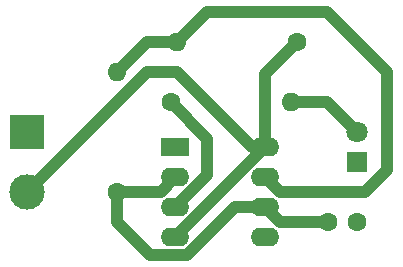
<source format=gbr>
%TF.GenerationSoftware,KiCad,Pcbnew,7.0.5*%
%TF.CreationDate,2023-08-21T09:13:57+09:00*%
%TF.ProjectId,How to make PCB,486f7720-746f-4206-9d61-6b6520504342,rev?*%
%TF.SameCoordinates,Original*%
%TF.FileFunction,Copper,L1,Top*%
%TF.FilePolarity,Positive*%
%FSLAX46Y46*%
G04 Gerber Fmt 4.6, Leading zero omitted, Abs format (unit mm)*
G04 Created by KiCad (PCBNEW 7.0.5) date 2023-08-21 09:13:57*
%MOMM*%
%LPD*%
G01*
G04 APERTURE LIST*
%TA.AperFunction,ComponentPad*%
%ADD10C,1.600000*%
%TD*%
%TA.AperFunction,ComponentPad*%
%ADD11O,1.600000X1.600000*%
%TD*%
%TA.AperFunction,ComponentPad*%
%ADD12R,3.000000X3.000000*%
%TD*%
%TA.AperFunction,ComponentPad*%
%ADD13C,3.000000*%
%TD*%
%TA.AperFunction,ComponentPad*%
%ADD14R,1.800000X1.800000*%
%TD*%
%TA.AperFunction,ComponentPad*%
%ADD15C,1.800000*%
%TD*%
%TA.AperFunction,ComponentPad*%
%ADD16R,2.400000X1.600000*%
%TD*%
%TA.AperFunction,ComponentPad*%
%ADD17O,2.400000X1.600000*%
%TD*%
%TA.AperFunction,Conductor*%
%ADD18C,1.000000*%
%TD*%
G04 APERTURE END LIST*
D10*
%TO.P,R2,1*%
%TO.N,+9V*%
X109220000Y-71120000D03*
D11*
%TO.P,R2,2*%
%TO.N,1*%
X99060000Y-71120000D03*
%TD*%
D10*
%TO.P,C1,1*%
%TO.N,Net-(U1-THR)*%
X111800000Y-86360000D03*
%TO.P,C1,2*%
%TO.N,GND*%
X114300000Y-86360000D03*
%TD*%
D12*
%TO.P,J1,1,Pin_1*%
%TO.N,GND*%
X86360000Y-78740000D03*
D13*
%TO.P,J1,2,Pin_2*%
%TO.N,+9V*%
X86360000Y-83820000D03*
%TD*%
D14*
%TO.P,D1,1,K*%
%TO.N,GND*%
X114300000Y-81280000D03*
D15*
%TO.P,D1,2,A*%
%TO.N,Net-(D1-A)*%
X114300000Y-78740000D03*
%TD*%
D10*
%TO.P,R1,1*%
%TO.N,Net-(U1-THR)*%
X93980000Y-83820000D03*
D11*
%TO.P,R1,2*%
%TO.N,1*%
X93980000Y-73660000D03*
%TD*%
D10*
%TO.P,R3,1*%
%TO.N,Net-(U1-Q)*%
X98500000Y-76200000D03*
D11*
%TO.P,R3,2*%
%TO.N,Net-(D1-A)*%
X108660000Y-76200000D03*
%TD*%
D16*
%TO.P,U1,1,GND*%
%TO.N,GND*%
X98900000Y-80020000D03*
D17*
%TO.P,U1,2,TR*%
%TO.N,Net-(U1-THR)*%
X98900000Y-82560000D03*
%TO.P,U1,3,Q*%
%TO.N,Net-(U1-Q)*%
X98900000Y-85100000D03*
%TO.P,U1,4,R*%
%TO.N,+9V*%
X98900000Y-87640000D03*
%TO.P,U1,5,CV*%
%TO.N,unconnected-(U1-CV-Pad5)*%
X106520000Y-87640000D03*
%TO.P,U1,6,THR*%
%TO.N,Net-(U1-THR)*%
X106520000Y-85100000D03*
%TO.P,U1,7,DIS*%
%TO.N,1*%
X106520000Y-82560000D03*
%TO.P,U1,8,VCC*%
%TO.N,+9V*%
X106520000Y-80020000D03*
%TD*%
D18*
%TO.N,+9V*%
X106520000Y-80020000D02*
X98900000Y-87640000D01*
X105420000Y-80020000D02*
X106520000Y-80020000D01*
X86360000Y-83820000D02*
X96520000Y-73660000D01*
X96520000Y-73660000D02*
X99060000Y-73660000D01*
X105400000Y-80020000D02*
X106520000Y-80020000D01*
X106520000Y-80020000D02*
X106520000Y-73820000D01*
X106520000Y-73820000D02*
X109220000Y-71120000D01*
X99060000Y-73660000D02*
X105420000Y-80020000D01*
%TO.N,Net-(U1-THR)*%
X96760000Y-89140000D02*
X93980000Y-86360000D01*
X106520000Y-85100000D02*
X103961320Y-85100000D01*
X97640000Y-83820000D02*
X98900000Y-82560000D01*
X111800000Y-86360000D02*
X107780000Y-86360000D01*
X93980000Y-83820000D02*
X97640000Y-83820000D01*
X107780000Y-86360000D02*
X106520000Y-85100000D01*
X99921320Y-89140000D02*
X96760000Y-89140000D01*
X103961320Y-85100000D02*
X99921320Y-89140000D01*
X93980000Y-86360000D02*
X93980000Y-83820000D01*
%TO.N,1*%
X96520000Y-71120000D02*
X99060000Y-71120000D01*
X93980000Y-73660000D02*
X96520000Y-71120000D01*
X111760000Y-68580000D02*
X101600000Y-68580000D01*
X114960000Y-83820000D02*
X116840000Y-81940000D01*
X116840000Y-81940000D02*
X116840000Y-73660000D01*
X101600000Y-68580000D02*
X99060000Y-71120000D01*
X107780000Y-83820000D02*
X114960000Y-83820000D01*
X116840000Y-73660000D02*
X111760000Y-68580000D01*
X106520000Y-82560000D02*
X107780000Y-83820000D01*
%TO.N,Net-(U1-Q)*%
X101600000Y-82400000D02*
X98900000Y-85100000D01*
X101600000Y-79300000D02*
X101600000Y-82400000D01*
X98500000Y-76200000D02*
X101600000Y-79300000D01*
%TO.N,Net-(D1-A)*%
X108660000Y-76200000D02*
X111760000Y-76200000D01*
X111760000Y-76200000D02*
X114300000Y-78740000D01*
%TD*%
M02*

</source>
